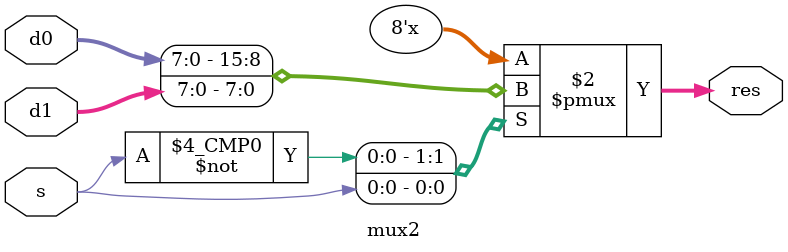
<source format=sv>
module mux2
    #(parameter width = 8)
    (input logic [width-1:0] d0, d1,
     input logic s,
     output logic [width-1:0] res);

    // this is a 2:1 multiplexer

    // implemented by a case statement
    always_comb
        case(s)
            1'b0:  res = d0;
            1'b1:  res = d1;
            // all cases are covered
            // no default needed
        endcase
endmodule
</source>
